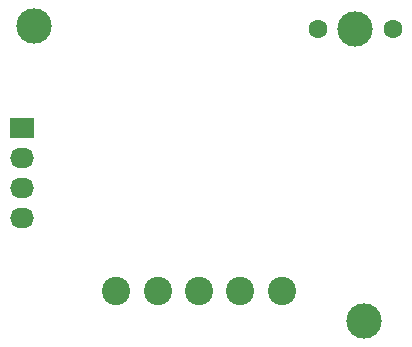
<source format=gbs>
G04 #@! TF.FileFunction,Soldermask,Bot*
%FSLAX46Y46*%
G04 Gerber Fmt 4.6, Leading zero omitted, Abs format (unit mm)*
G04 Created by KiCad (PCBNEW 4.0.2+dfsg1-stable) date Mon 03 Oct 2016 17:27:47 BST*
%MOMM*%
G01*
G04 APERTURE LIST*
%ADD10C,0.150000*%
%ADD11C,1.600200*%
%ADD12C,3.000000*%
%ADD13C,2.400000*%
%ADD14R,2.032000X1.727200*%
%ADD15O,2.032000X1.727200*%
G04 APERTURE END LIST*
D10*
D11*
X168400000Y-103800000D03*
X162050000Y-103800000D03*
D12*
X165225000Y-103800000D03*
X166000000Y-128500000D03*
X138000000Y-103500000D03*
D13*
X145000000Y-126000000D03*
X159000000Y-126000000D03*
X148500000Y-126000000D03*
X155500000Y-126000000D03*
X152000000Y-126000000D03*
D14*
X137000000Y-112190000D03*
D15*
X137000000Y-114730000D03*
X137000000Y-117270000D03*
X137000000Y-119810000D03*
M02*

</source>
